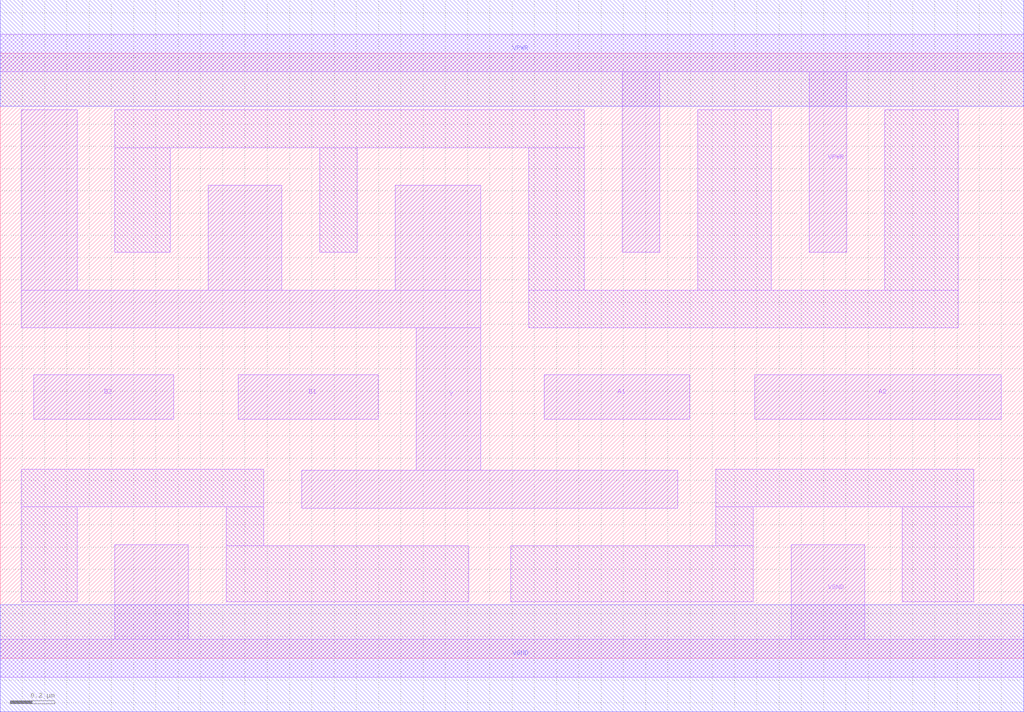
<source format=lef>
# Copyright 2020 The SkyWater PDK Authors
#
# Licensed under the Apache License, Version 2.0 (the "License");
# you may not use this file except in compliance with the License.
# You may obtain a copy of the License at
#
#     https://www.apache.org/licenses/LICENSE-2.0
#
# Unless required by applicable law or agreed to in writing, software
# distributed under the License is distributed on an "AS IS" BASIS,
# WITHOUT WARRANTIES OR CONDITIONS OF ANY KIND, either express or implied.
# See the License for the specific language governing permissions and
# limitations under the License.
#
# SPDX-License-Identifier: Apache-2.0

VERSION 5.5 ;
NAMESCASESENSITIVE ON ;
BUSBITCHARS "[]" ;
DIVIDERCHAR "/" ;
MACRO sky130_fd_sc_hd__a22oi_2
  CLASS CORE ;
  SOURCE USER ;
  ORIGIN  0.000000  0.000000 ;
  SIZE  4.600000 BY  2.720000 ;
  SYMMETRY X Y R90 ;
  SITE unithd ;
  PIN A1
    ANTENNAGATEAREA  0.495000 ;
    DIRECTION INPUT ;
    USE SIGNAL ;
    PORT
      LAYER li1 ;
        RECT 2.445000 1.075000 3.100000 1.275000 ;
    END
  END A1
  PIN A2
    ANTENNAGATEAREA  0.495000 ;
    DIRECTION INPUT ;
    USE SIGNAL ;
    PORT
      LAYER li1 ;
        RECT 3.390000 1.075000 4.500000 1.275000 ;
    END
  END A2
  PIN B1
    ANTENNAGATEAREA  0.495000 ;
    DIRECTION INPUT ;
    USE SIGNAL ;
    PORT
      LAYER li1 ;
        RECT 1.070000 1.075000 1.700000 1.275000 ;
    END
  END B1
  PIN B2
    ANTENNAGATEAREA  0.495000 ;
    DIRECTION INPUT ;
    USE SIGNAL ;
    PORT
      LAYER li1 ;
        RECT 0.150000 1.075000 0.780000 1.275000 ;
    END
  END B2
  PIN Y
    ANTENNADIFFAREA  1.141000 ;
    DIRECTION OUTPUT ;
    USE SIGNAL ;
    PORT
      LAYER li1 ;
        RECT 0.095000 1.485000 2.160000 1.655000 ;
        RECT 0.095000 1.655000 0.345000 2.465000 ;
        RECT 0.935000 1.655000 1.265000 2.125000 ;
        RECT 1.355000 0.675000 3.045000 0.845000 ;
        RECT 1.775000 1.655000 2.160000 2.125000 ;
        RECT 1.870000 0.845000 2.160000 1.485000 ;
    END
  END Y
  PIN VGND
    DIRECTION INOUT ;
    SHAPE ABUTMENT ;
    USE GROUND ;
    PORT
      LAYER li1 ;
        RECT 0.000000 -0.085000 4.600000 0.085000 ;
        RECT 0.515000  0.085000 0.845000 0.510000 ;
        RECT 3.555000  0.085000 3.885000 0.510000 ;
    END
    PORT
      LAYER met1 ;
        RECT 0.000000 -0.240000 4.600000 0.240000 ;
    END
  END VGND
  PIN VPWR
    DIRECTION INOUT ;
    SHAPE ABUTMENT ;
    USE POWER ;
    PORT
      LAYER li1 ;
        RECT 0.000000 2.635000 4.600000 2.805000 ;
        RECT 2.795000 1.825000 2.965000 2.635000 ;
        RECT 3.635000 1.825000 3.805000 2.635000 ;
    END
    PORT
      LAYER met1 ;
        RECT 0.000000 2.480000 4.600000 2.960000 ;
    END
  END VPWR
  OBS
    LAYER li1 ;
      RECT 0.095000 0.255000 0.345000 0.680000 ;
      RECT 0.095000 0.680000 1.185000 0.850000 ;
      RECT 0.515000 1.825000 0.765000 2.295000 ;
      RECT 0.515000 2.295000 2.625000 2.465000 ;
      RECT 1.015000 0.255000 2.105000 0.505000 ;
      RECT 1.015000 0.505000 1.185000 0.680000 ;
      RECT 1.435000 1.825000 1.605000 2.295000 ;
      RECT 2.295000 0.255000 3.385000 0.505000 ;
      RECT 2.375000 1.485000 4.305000 1.655000 ;
      RECT 2.375000 1.655000 2.625000 2.295000 ;
      RECT 3.135000 1.655000 3.465000 2.465000 ;
      RECT 3.215000 0.505000 3.385000 0.680000 ;
      RECT 3.215000 0.680000 4.375000 0.850000 ;
      RECT 3.975000 1.655000 4.305000 2.465000 ;
      RECT 4.055000 0.255000 4.375000 0.680000 ;
  END
END sky130_fd_sc_hd__a22oi_2
END LIBRARY

</source>
